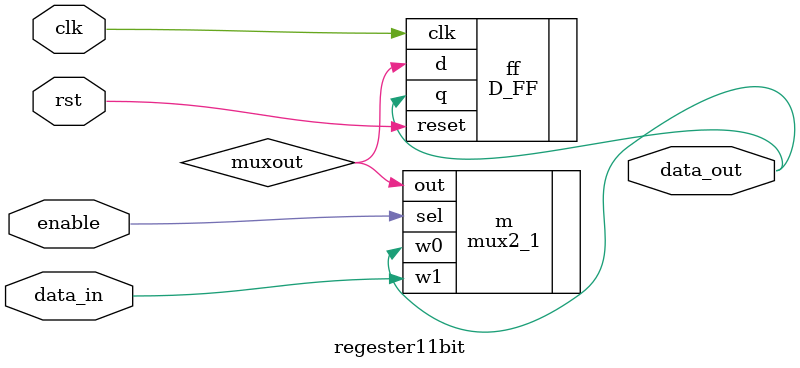
<source format=sv>
module regester11bit(data_out, data_in, enable, clk, rst);
	input data_in, enable, clk, rst;
	output data_out;
	
	wire muxout;
	
	mux2_1 m (.out(muxout), .w0(data_out), .w1(data_in), .sel(enable));
	D_FF ff (.q(data_out), .d(muxout), .reset(rst), .clk);

endmodule 
</source>
